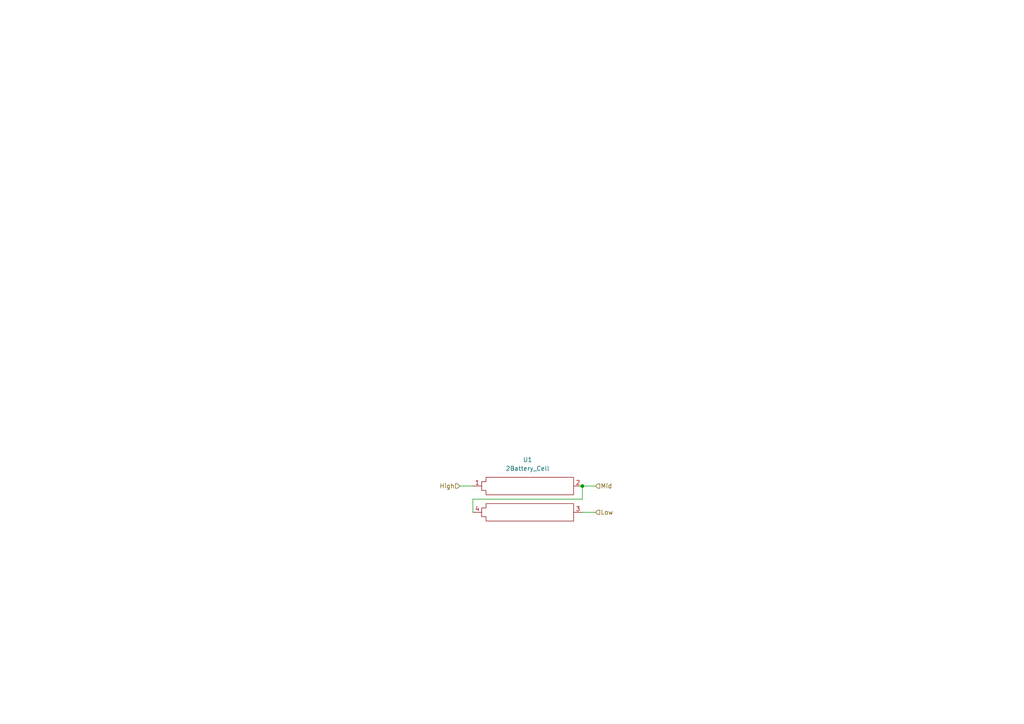
<source format=kicad_sch>
(kicad_sch (version 20231120) (generator "eeschema") (generator_version "8.0")
  (paper "A4")
  (lib_symbols
    (symbol "b165:2Battery_Cell"
      (property "Reference" "U" (at 1.27 -7.62 0))
      (property "Value" "2Battery_Cell" (at 1.27 -7.62 0))
      (symbol "2Battery_Cell_0_1"
        (polyline (pts (xy -11.43 -5.08) (xy -11.43 -6.35) (xy -12.7 -6.35) (xy -12.7 -8.89) (xy -11.43 -8.89) (xy -11.43 -10.16) (xy 13.97 -10.16) (xy 13.97 -5.08) (xy -11.43 -5.08)))
        (polyline (pts (xy -11.43 2.54) (xy -11.43 1.27) (xy -12.7 1.27) (xy -12.7 -1.27) (xy -11.43 -1.27) (xy -11.43 -2.54) (xy 13.97 -2.54) (xy 13.97 2.54) (xy -11.43 2.54)))
      )
      (symbol "2Battery_Cell_1_1"
        (pin unspecified line (at -15.24 0 0) (length 2.54) (name "") (number "1"))
        (pin unspecified line (at 16.51 0 180) (length 2.54) (name "") (number "2"))
        (pin unspecified line (at 16.51 -7.62 180) (length 2.54) (name "") (number "3"))
        (pin unspecified line (at -15.24 -7.62 0) (length 2.54) (name "") (number "4"))
      )
    )
  )
  (junction (at 168.91 140.97))
  (wire (pts (xy 137.16 144.78) (xy 168.91 144.78)))
  (wire (pts (xy 168.91 144.78) (xy 168.91 140.97)))
  (wire (pts (xy 133.35 140.97) (xy 137.16 140.97)))
  (wire (pts (xy 168.91 148.59) (xy 172.72 148.59)))
  (wire (pts (xy 168.91 140.97) (xy 172.72 140.97)))
  (wire (pts (xy 137.16 148.59) (xy 137.16 144.78)))
  (hierarchical_label "High" (shape input) (at 133.35 140.97 180))
  (hierarchical_label "Mid" (shape input) (at 172.72 140.97 0))
  (hierarchical_label "Low" (shape input) (at 172.72 148.59 0))
  (symbol (lib_id "b165:2Battery_Cell") (at 152.4 140.97 0) (unit 1)
    (property "Reference" "U1" (at 153.035 133.35 0))
    (property "Value" "2Battery_Cell" (at 153.035 135.89 0))
    (property "Footprint" "b165:2_18650_cell_holder" (effects (hide yes)))
    (property "Datasheet" "https://www.lcsc.com/datasheet/lcsc_datasheet_2411280017_MYOUNG-BH-18650-A1BJ021_C20606804.pdf" (effects (hide yes)))
    (property "lcsc" "C20606804" (effects (hide yes)))
  )
)
</source>
